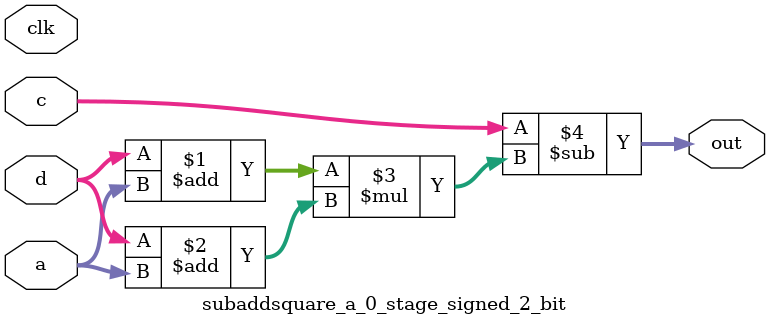
<source format=sv>
(* use_dsp = "yes" *) module subaddsquare_a_0_stage_signed_2_bit(
	input signed [1:0] a,
	input signed [1:0] c,
	input signed [1:0] d,
	output [1:0] out,
	input clk);

	assign out = c - ((d + a) * (d + a));
endmodule

</source>
